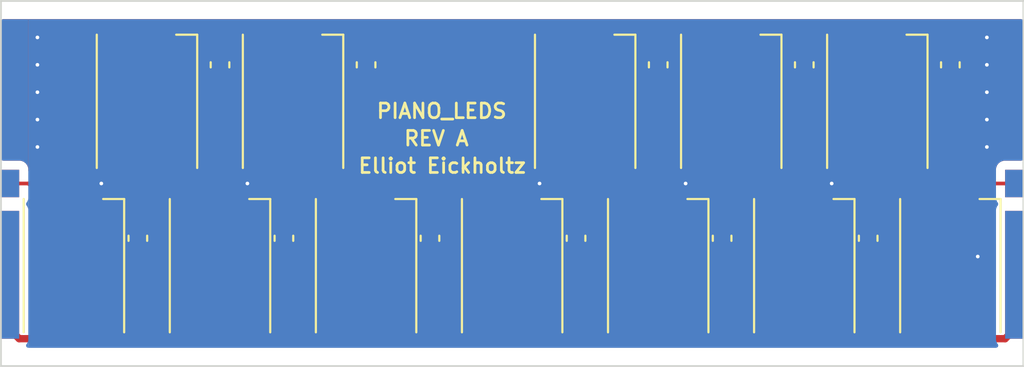
<source format=kicad_pcb>
(kicad_pcb (version 20221018) (generator pcbnew)
  (layers (0 "F.Cu" signal) (31 "B.Cu" signal) (34 "B.Paste" user) (35 "F.Paste" user) (36 "B.SilkS" user "B.Silkscreen") (37 "F.SilkS" user "F.Silkscreen") (38 "B.Mask" user) (39 "F.Mask" user) (44 "Edge.Cuts" user))
  (net 0 "")
  (net 1 "+5V")
  (net 2 "GND")
  (net 3 "Net-(D1-DOUT)")
  (net 4 "DIN")
  (net 5 "Net-(D2-DOUT)")
  (net 6 "Net-(D3-DOUT)")
  (net 7 "Net-(D4-DOUT)")
  (net 8 "Net-(D5-DOUT)")
  (net 9 "Net-(D6-DOUT)")
  (net 10 "DIN_1")
  (net 11 "Net-(D8-DOUT)")
  (net 12 "Net-(D10-DIN)")
  (net 13 "Net-(D10-DOUT)")
  (net 14 "Net-(D11-DOUT)")
  (net 15 "DOUT")
  (footprint "Capacitor_SMD:C_0603_1608Metric" (layer "F.Cu") (at 87 84 90)
    (fp_text reference "C7" hide)
    (fp_text value "100n" hide)
    (fp_line (start -0.14058 -0.51) (end 0.14058 -0.51) (stroke (width 0.12)) (layer "F.SilkS"))
    (fp_line (start -0.14058 0.51) (end 0.14058 0.51) (stroke (width 0.12)) (layer "F.SilkS"))
    (pad "1" smd roundrect (at -0.775 0 90) (size 0.9 0.95) (layers "F.Cu" "F.Paste" "F.Mask") (net 1 "+5V"))
    (pad "2" smd roundrect (at 0.775 0 90) (size 0.9 0.95) (layers "F.Cu" "F.Paste" "F.Mask") (net 2 "GND"))
  )
  (footprint "Capacitor_SMD:C_0603_1608Metric" (layer "F.Cu") (at 71 84 90)
    (fp_text reference "C4" hide)
    (fp_text value "100n" hide)
    (fp_line (start -0.14058 -0.51) (end 0.14058 -0.51) (stroke (width 0.12)) (layer "F.SilkS"))
    (fp_line (start -0.14058 0.51) (end 0.14058 0.51) (stroke (width 0.12)) (layer "F.SilkS"))
    (pad "1" smd roundrect (at -0.775 0 90) (size 0.9 0.95) (layers "F.Cu" "F.Paste" "F.Mask") (net 1 "+5V"))
    (pad "2" smd roundrect (at 0.775 0 90) (size 0.9 0.95) (layers "F.Cu" "F.Paste" "F.Mask") (net 2 "GND"))
  )
  (footprint "LED_SMD:LED_WS2812B_PLCC4_5.0x5.0mm_P3.2mm" (layer "F.Cu") (at 87 95 90)
    (fp_text reference "D8" hide)
    (fp_text value "WS2812B" hide)
    (fp_line (start -3.65 -2.75) (end 3.65 -2.75) (stroke (width 0.12)) (layer "F.SilkS"))
    (fp_line (start -3.65 2.75) (end 3.65 2.75) (stroke (width 0.12)) (layer "F.SilkS"))
    (fp_line (start 3.65 2.75) (end 3.65 1.6) (stroke (width 0.12)) (layer "F.SilkS"))
    (pad "1" smd rect (at -2.45 -1.65 90) (size 1.5 0.9) (layers "F.Cu" "F.Paste" "F.Mask") (net 1 "+5V"))
    (pad "2" smd rect (at -2.45 1.65 90) (size 1.5 0.9) (layers "F.Cu" "F.Paste" "F.Mask") (net 11 "Net-(D8-DOUT)"))
    (pad "3" smd rect (at 2.45 1.65 90) (size 1.5 0.9) (layers "F.Cu" "F.Paste" "F.Mask") (net 2 "GND"))
    (pad "4" smd rect (at 2.45 -1.65 90) (size 1.5 0.9) (layers "F.Cu" "F.Paste" "F.Mask") (net 10 "DIN_1"))
  )
  (footprint "LED_SMD:LED_WS2812B_PLCC4_5.0x5.0mm_P3.2mm" (layer "F.Cu") (at 99 86 90)
    (fp_text reference "D11" hide)
    (fp_text value "WS2812B" hide)
    (fp_line (start -3.65 -2.75) (end 3.65 -2.75) (stroke (width 0.12)) (layer "F.SilkS"))
    (fp_line (start -3.65 2.75) (end 3.65 2.75) (stroke (width 0.12)) (layer "F.SilkS"))
    (fp_line (start 3.65 2.75) (end 3.65 1.6) (stroke (width 0.12)) (layer "F.SilkS"))
    (pad "1" smd rect (at -2.45 -1.65 90) (size 1.5 0.9) (layers "F.Cu" "F.Paste" "F.Mask") (net 1 "+5V"))
    (pad "2" smd rect (at -2.45 1.65 90) (size 1.5 0.9) (layers "F.Cu" "F.Paste" "F.Mask") (net 14 "Net-(D11-DOUT)"))
    (pad "3" smd rect (at 2.45 1.65 90) (size 1.5 0.9) (layers "F.Cu" "F.Paste" "F.Mask") (net 2 "GND"))
    (pad "4" smd rect (at 2.45 -1.65 90) (size 1.5 0.9) (layers "F.Cu" "F.Paste" "F.Mask") (net 13 "Net-(D10-DOUT)"))
  )
  (footprint "Capacitor_SMD:C_0603_1608Metric" (layer "F.Cu") (at 98.5 93.5 90)
    (fp_text reference "C10" hide)
    (fp_text value "100n" hide)
    (fp_line (start -0.14058 -0.51) (end 0.14058 -0.51) (stroke (width 0.12)) (layer "F.SilkS"))
    (fp_line (start -0.14058 0.51) (end 0.14058 0.51) (stroke (width 0.12)) (layer "F.SilkS"))
    (pad "1" smd roundrect (at -0.775 0 90) (size 0.9 0.95) (layers "F.Cu" "F.Paste" "F.Mask") (net 1 "+5V"))
    (pad "2" smd roundrect (at 0.775 0 90) (size 0.9 0.95) (layers "F.Cu" "F.Paste" "F.Mask") (net 2 "GND"))
  )
  (footprint "libraries:3-PIN_SOLDER_EDGE" (layer "F.Cu") (at 51.5 92 90)
    (fp_text reference "J2" hide)
    (fp_text value "Conn_01x03_Pin" hide)
    (pad "1" connect rect (at -3.5 0 90) (size 7 1) (layers "F.Cu" "F.Mask") (net 1 "+5V"))
    (pad "2" connect rect (at 1.5 0 90) (size 1.5 1) (layers "F.Cu" "F.Mask") (net 4 "DIN"))
    (pad "3" connect rect (at 6.5 0 90) (size 7 1) (layers "F.Cu" "F.Mask") (net 2 "GND"))
  )
  (footprint "Capacitor_SMD:C_0603_1608Metric" (layer "F.Cu") (at 90.5 93.5 90)
    (fp_text reference "C8" hide)
    (fp_text value "100n" hide)
    (fp_line (start -0.14058 -0.51) (end 0.14058 -0.51) (stroke (width 0.12)) (layer "F.SilkS"))
    (fp_line (start -0.14058 0.51) (end 0.14058 0.51) (stroke (width 0.12)) (layer "F.SilkS"))
    (pad "1" smd roundrect (at -0.775 0 90) (size 0.9 0.95) (layers "F.Cu" "F.Paste" "F.Mask") (net 1 "+5V"))
    (pad "2" smd roundrect (at 0.775 0 90) (size 0.9 0.95) (layers "F.Cu" "F.Paste" "F.Mask") (net 2 "GND"))
  )
  (footprint "Capacitor_SMD:C_0603_1608Metric" (layer "F.Cu") (at 63 84 90)
    (fp_text reference "C2" hide)
    (fp_text value "100n" hide)
    (fp_line (start -0.14058 -0.51) (end 0.14058 -0.51) (stroke (width 0.12)) (layer "F.SilkS"))
    (fp_line (start -0.14058 0.51) (end 0.14058 0.51) (stroke (width 0.12)) (layer "F.SilkS"))
    (pad "1" smd roundrect (at -0.775 0 90) (size 0.9 0.95) (layers "F.Cu" "F.Paste" "F.Mask") (net 1 "+5V"))
    (pad "2" smd roundrect (at 0.775 0 90) (size 0.9 0.95) (layers "F.Cu" "F.Paste" "F.Mask") (net 2 "GND"))
  )
  (footprint "LED_SMD:LED_WS2812B_PLCC4_5.0x5.0mm_P3.2mm" (layer "F.Cu") (at 103 95 90)
    (fp_text reference "D12" hide)
    (fp_text value "WS2812B" hide)
    (fp_line (start -3.65 -2.75) (end 3.65 -2.75) (stroke (width 0.12)) (layer "F.SilkS"))
    (fp_line (start -3.65 2.75) (end 3.65 2.75) (stroke (width 0.12)) (layer "F.SilkS"))
    (fp_line (start 3.65 2.75) (end 3.65 1.6) (stroke (width 0.12)) (layer "F.SilkS"))
    (pad "1" smd rect (at -2.45 -1.65 90) (size 1.5 0.9) (layers "F.Cu" "F.Paste" "F.Mask") (net 1 "+5V"))
    (pad "2" smd rect (at -2.45 1.65 90) (size 1.5 0.9) (layers "F.Cu" "F.Paste" "F.Mask") (net 15 "DOUT"))
    (pad "3" smd rect (at 2.45 1.65 90) (size 1.5 0.9) (layers "F.Cu" "F.Paste" "F.Mask") (net 2 "GND"))
    (pad "4" smd rect (at 2.45 -1.65 90) (size 1.5 0.9) (layers "F.Cu" "F.Paste" "F.Mask") (net 14 "Net-(D11-DOUT)"))
  )
  (footprint "LED_SMD:LED_WS2812B_PLCC4_5.0x5.0mm_P3.2mm" (layer "F.Cu") (at 71 95 90)
    (fp_text reference "D5" hide)
    (fp_text value "WS2812B" hide)
    (fp_line (start -3.65 -2.75) (end 3.65 -2.75) (stroke (width 0.12)) (layer "F.SilkS"))
    (fp_line (start -3.65 2.75) (end 3.65 2.75) (stroke (width 0.12)) (layer "F.SilkS"))
    (fp_line (start 3.65 2.75) (end 3.65 1.6) (stroke (width 0.12)) (layer "F.SilkS"))
    (pad "1" smd rect (at -2.45 -1.65 90) (size 1.5 0.9) (layers "F.Cu" "F.Paste" "F.Mask") (net 1 "+5V"))
    (pad "2" smd rect (at -2.45 1.65 90) (size 1.5 0.9) (layers "F.Cu" "F.Paste" "F.Mask") (net 8 "Net-(D5-DOUT)"))
    (pad "3" smd rect (at 2.45 1.65 90) (size 1.5 0.9) (layers "F.Cu" "F.Paste" "F.Mask") (net 2 "GND"))
    (pad "4" smd rect (at 2.45 -1.65 90) (size 1.5 0.9) (layers "F.Cu" "F.Paste" "F.Mask") (net 7 "Net-(D4-DOUT)"))
  )
  (footprint "LED_SMD:LED_WS2812B_PLCC4_5.0x5.0mm_P3.2mm" (layer "F.Cu") (at 59 86 90)
    (fp_text reference "D2" hide)
    (fp_text value "WS2812B" hide)
    (fp_line (start -3.65 -2.75) (end 3.65 -2.75) (stroke (width 0.12)) (layer "F.SilkS"))
    (fp_line (start -3.65 2.75) (end 3.65 2.75) (stroke (width 0.12)) (layer "F.SilkS"))
    (fp_line (start 3.65 2.75) (end 3.65 1.6) (stroke (width 0.12)) (layer "F.SilkS"))
    (pad "1" smd rect (at -2.45 -1.65 90) (size 1.5 0.9) (layers "F.Cu" "F.Paste" "F.Mask") (net 1 "+5V"))
    (pad "2" smd rect (at -2.45 1.65 90) (size 1.5 0.9) (layers "F.Cu" "F.Paste" "F.Mask") (net 5 "Net-(D2-DOUT)"))
    (pad "3" smd rect (at 2.45 1.65 90) (size 1.5 0.9) (layers "F.Cu" "F.Paste" "F.Mask") (net 2 "GND"))
    (pad "4" smd rect (at 2.45 -1.65 90) (size 1.5 0.9) (layers "F.Cu" "F.Paste" "F.Mask") (net 3 "Net-(D1-DOUT)"))
  )
  (footprint "LED_SMD:LED_WS2812B_PLCC4_5.0x5.0mm_P3.2mm" (layer "F.Cu") (at 79 95 90)
    (fp_text reference "D6" hide)
    (fp_text value "WS2812B" hide)
    (fp_line (start -3.65 -2.75) (end 3.65 -2.75) (stroke (width 0.12)) (layer "F.SilkS"))
    (fp_line (start -3.65 2.75) (end 3.65 2.75) (stroke (width 0.12)) (layer "F.SilkS"))
    (fp_line (start 3.65 2.75) (end 3.65 1.6) (stroke (width 0.12)) (layer "F.SilkS"))
    (pad "1" smd rect (at -2.45 -1.65 90) (size 1.5 0.9) (layers "F.Cu" "F.Paste" "F.Mask") (net 1 "+5V"))
    (pad "2" smd rect (at -2.45 1.65 90) (size 1.5 0.9) (layers "F.Cu" "F.Paste" "F.Mask") (net 9 "Net-(D6-DOUT)"))
    (pad "3" smd rect (at 2.45 1.65 90) (size 1.5 0.9) (layers "F.Cu" "F.Paste" "F.Mask") (net 2 "GND"))
    (pad "4" smd rect (at 2.45 -1.65 90) (size 1.5 0.9) (layers "F.Cu" "F.Paste" "F.Mask") (net 8 "Net-(D5-DOUT)"))
  )
  (footprint "Capacitor_SMD:C_0603_1608Metric" (layer "F.Cu") (at 95 84 90)
    (fp_text reference "C9" hide)
    (fp_text value "100n" hide)
    (fp_line (start -0.14058 -0.51) (end 0.14058 -0.51) (stroke (width 0.12)) (layer "F.SilkS"))
    (fp_line (start -0.14058 0.51) (end 0.14058 0.51) (stroke (width 0.12)) (layer "F.SilkS"))
    (pad "1" smd roundrect (at -0.775 0 90) (size 0.9 0.95) (layers "F.Cu" "F.Paste" "F.Mask") (net 1 "+5V"))
    (pad "2" smd roundrect (at 0.775 0 90) (size 0.9 0.95) (layers "F.Cu" "F.Paste" "F.Mask") (net 2 "GND"))
  )
  (footprint "LED_SMD:LED_WS2812B_PLCC4_5.0x5.0mm_P3.2mm" (layer "F.Cu") (at 63 95 90)
    (fp_text reference "D3" hide)
    (fp_text value "WS2812B" hide)
    (fp_line (start -3.65 -2.75) (end 3.65 -2.75) (stroke (width 0.12)) (layer "F.SilkS"))
    (fp_line (start -3.65 2.75) (end 3.65 2.75) (stroke (width 0.12)) (layer "F.SilkS"))
    (fp_line (start 3.65 2.75) (end 3.65 1.6) (stroke (width 0.12)) (layer "F.SilkS"))
    (pad "1" smd rect (at -2.45 -1.65 90) (size 1.5 0.9) (layers "F.Cu" "F.Paste" "F.Mask") (net 1 "+5V"))
    (pad "2" smd rect (at -2.45 1.65 90) (size 1.5 0.9) (layers "F.Cu" "F.Paste" "F.Mask") (net 6 "Net-(D3-DOUT)"))
    (pad "3" smd rect (at 2.45 1.65 90) (size 1.5 0.9) (layers "F.Cu" "F.Paste" "F.Mask") (net 2 "GND"))
    (pad "4" smd rect (at 2.45 -1.65 90) (size 1.5 0.9) (layers "F.Cu" "F.Paste" "F.Mask") (net 5 "Net-(D2-DOUT)"))
  )
  (footprint "LED_SMD:LED_WS2812B_PLCC4_5.0x5.0mm_P3.2mm" (layer "F.Cu") (at 83 86 90)
    (fp_text reference "D7" hide)
    (fp_text value "WS2812B" hide)
    (fp_line (start -3.65 -2.75) (end 3.65 -2.75) (stroke (width 0.12)) (layer "F.SilkS"))
    (fp_line (start -3.65 2.75) (end 3.65 2.75) (stroke (width 0.12)) (layer "F.SilkS"))
    (fp_line (start 3.65 2.75) (end 3.65 1.6) (stroke (width 0.12)) (layer "F.SilkS"))
    (pad "1" smd rect (at -2.45 -1.65 90) (size 1.5 0.9) (layers "F.Cu" "F.Paste" "F.Mask") (net 1 "+5V"))
    (pad "2" smd rect (at -2.45 1.65 90) (size 1.5 0.9) (layers "F.Cu" "F.Paste" "F.Mask") (net 10 "DIN_1"))
    (pad "3" smd rect (at 2.45 1.65 90) (size 1.5 0.9) (layers "F.Cu" "F.Paste" "F.Mask") (net 2 "GND"))
    (pad "4" smd rect (at 2.45 -1.65 90) (size 1.5 0.9) (layers "F.Cu" "F.Paste" "F.Mask") (net 9 "Net-(D6-DOUT)"))
  )
  (footprint "Capacitor_SMD:C_0603_1608Metric" (layer "F.Cu") (at 82.5 93.5 90)
    (fp_text reference "C6" hide)
    (fp_text value "100n" hide)
    (fp_line (start -0.14058 -0.51) (end 0.14058 -0.51) (stroke (width 0.12)) (layer "F.SilkS"))
    (fp_line (start -0.14058 0.51) (end 0.14058 0.51) (stroke (width 0.12)) (layer "F.SilkS"))
    (pad "1" smd roundrect (at -0.775 0 90) (size 0.9 0.95) (layers "F.Cu" "F.Paste" "F.Mask") (net 1 "+5V"))
    (pad "2" smd roundrect (at 0.775 0 90) (size 0.9 0.95) (layers "F.Cu" "F.Paste" "F.Mask") (net 2 "GND"))
  )
  (footprint "libraries:3-PIN_SOLDER_EDGE" (layer "F.Cu") (at 106.5 92 90)
    (fp_text reference "J3" hide)
    (fp_text value "Conn_01x03_Pin" hide)
    (pad "1" connect rect (at -3.5 0 90) (size 7 1) (layers "F.Cu" "F.Mask") (net 1 "+5V"))
    (pad "2" connect rect (at 1.5 0 90) (size 1.5 1) (layers "F.Cu" "F.Mask") (net 15 "DOUT"))
    (pad "3" connect rect (at 6.5 0 90) (size 7 1) (layers "F.Cu" "F.Mask") (net 2 "GND"))
  )
  (footprint "Capacitor_SMD:C_0603_1608Metric" (layer "F.Cu") (at 103 84 90)
    (fp_text reference "C11" hide)
    (fp_text value "100n" hide)
    (fp_line (start -0.14058 -0.51) (end 0.14058 -0.51) (stroke (width 0.12)) (layer "F.SilkS"))
    (fp_line (start -0.14058 0.51) (end 0.14058 0.51) (stroke (width 0.12)) (layer "F.SilkS"))
    (pad "1" smd roundrect (at -0.775 0 90) (size 0.9 0.95) (layers "F.Cu" "F.Paste" "F.Mask") (net 1 "+5V"))
    (pad "2" smd roundrect (at 0.775 0 90) (size 0.9 0.95) (layers "F.Cu" "F.Paste" "F.Mask") (net 2 "GND"))
  )
  (footprint "LED_SMD:LED_WS2812B_PLCC4_5.0x5.0mm_P3.2mm" (layer "F.Cu") (at 67 86 90)
    (fp_text reference "D4" hide)
    (fp_text value "WS2812B" hide)
    (fp_line (start -3.65 -2.75) (end 3.65 -2.75) (stroke (width 0.12)) (layer "F.SilkS"))
    (fp_line (start -3.65 2.75) (end 3.65 2.75) (stroke (width 0.12)) (layer "F.SilkS"))
    (fp_line (start 3.65 2.75) (end 3.65 1.6) (stroke (width 0.12)) (layer "F.SilkS"))
    (pad "1" smd rect (at -2.45 -1.65 90) (size 1.5 0.9) (layers "F.Cu" "F.Paste" "F.Mask") (net 1 "+5V"))
    (pad "2" smd rect (at -2.45 1.65 90) (size 1.5 0.9) (layers "F.Cu" "F.Paste" "F.Mask") (net 7 "Net-(D4-DOUT)"))
    (pad "3" smd rect (at 2.45 1.65 90) (size 1.5 0.9) (layers "F.Cu" "F.Paste" "F.Mask") (net 2 "GND"))
    (pad "4" smd rect (at 2.45 -1.65 90) (size 1.5 0.9) (layers "F.Cu" "F.Paste" "F.Mask") (net 6 "Net-(D3-DOUT)"))
  )
  (footprint "Capacitor_SMD:C_0603_1608Metric" (layer "F.Cu") (at 66.5 93.5 90)
    (fp_text reference "C3" hide)
    (fp_text value "100n" hide)
    (fp_line (start -0.14058 -0.51) (end 0.14058 -0.51) (stroke (width 0.12)) (layer "F.SilkS"))
    (fp_line (start -0.14058 0.51) (end 0.14058 0.51) (stroke (width 0.12)) (layer "F.SilkS"))
    (pad "1" smd roundrect (at -0.775 0 90) (size 0.9 0.95) (layers "F.Cu" "F.Paste" "F.Mask") (net 1 "+5V"))
    (pad "2" smd roundrect (at 0.775 0 90) (size 0.9 0.95) (layers "F.Cu" "F.Paste" "F.Mask") (net 2 "GND"))
  )
  (footprint "LED_SMD:LED_WS2812B_PLCC4_5.0x5.0mm_P3.2mm" (layer "F.Cu") (at 55 95 90)
    (fp_text reference "D1" hide)
    (fp_text value "WS2812B" hide)
    (fp_line (start -3.65 -2.75) (end 3.65 -2.75) (stroke (width 0.12)) (layer "F.SilkS"))
    (fp_line (start -3.65 2.75) (end 3.65 2.75) (stroke (width 0.12)) (layer "F.SilkS"))
    (fp_line (start 3.65 2.75) (end 3.65 1.6) (stroke (width 0.12)) (layer "F.SilkS"))
    (pad "1" smd rect (at -2.45 -1.65 90) (size 1.5 0.9) (layers "F.Cu" "F.Paste" "F.Mask") (net 1 "+5V"))
    (pad "2" smd rect (at -2.45 1.65 90) (size 1.5 0.9) (layers "F.Cu" "F.Paste" "F.Mask") (net 3 "Net-(D1-DOUT)"))
    (pad "3" smd rect (at 2.45 1.65 90) (size 1.5 0.9) (layers "F.Cu" "F.Paste" "F.Mask") (net 2 "GND"))
    (pad "4" smd rect (at 2.45 -1.65 90) (size 1.5 0.9) (layers "F.Cu" "F.Paste" "F.Mask") (net 4 "DIN"))
  )
  (footprint "Capacitor_SMD:C_0603_1608Metric" (layer "F.Cu") (at 58.5 93.5 90)
    (fp_text reference "C1" hide)
    (fp_text value "100n" hide)
    (fp_line (start -0.14058 -0.51) (end 0.14058 -0.51) (stroke (width 0.12)) (layer "F.SilkS"))
    (fp_line (start -0.14058 0.51) (end 0.14058 0.51) (stroke (width 0.12)) (layer "F.SilkS"))
    (pad "1" smd roundrect (at -0.775 0 90) (size 0.9 0.95) (layers "F.Cu" "F.Paste" "F.Mask") (net 1 "+5V"))
    (pad "2" smd roundrect (at 0.775 0 90) (size 0.9 0.95) (layers "F.Cu" "F.Paste" "F.Mask") (net 2 "GND"))
  )
  (footprint "LED_SMD:LED_WS2812B_PLCC4_5.0x5.0mm_P3.2mm" (layer "F.Cu") (at 91 86 90)
    (fp_text reference "D9" hide)
    (fp_text value "WS2812B" hide)
    (fp_line (start -3.65 -2.75) (end 3.65 -2.75) (stroke (width 0.12)) (layer "F.SilkS"))
    (fp_line (start -3.65 2.75) (end 3.65 2.75) (stroke (width 0.12)) (layer "F.SilkS"))
    (fp_line (start 3.65 2.75) (end 3.65 1.6) (stroke (width 0.12)) (layer "F.SilkS"))
    (pad "1" smd rect (at -2.45 -1.65 90) (size 1.5 0.9) (layers "F.Cu" "F.Paste" "F.Mask") (net 1 "+5V"))
    (pad "2" smd rect (at -2.45 1.65 90) (size 1.5 0.9) (layers "F.Cu" "F.Paste" "F.Mask") (net 12 "Net-(D10-DIN)"))
    (pad "3" smd rect (at 2.45 1.65 90) (size 1.5 0.9) (layers "F.Cu" "F.Paste" "F.Mask") (net 2 "GND"))
    (pad "4" smd rect (at 2.45 -1.65 90) (size 1.5 0.9) (layers "F.Cu" "F.Paste" "F.Mask") (net 11 "Net-(D8-DOUT)"))
  )
  (footprint "LED_SMD:LED_WS2812B_PLCC4_5.0x5.0mm_P3.2mm" (layer "F.Cu") (at 95 95 90)
    (fp_text reference "D10" hide)
    (fp_text value "WS2812B" hide)
    (fp_line (start -3.65 -2.75) (end 3.65 -2.75) (stroke (width 0.12)) (layer "F.SilkS"))
    (fp_line (start -3.65 2.75) (end 3.65 2.75) (stroke (width 0.12)) (layer "F.SilkS"))
    (fp_line (start 3.65 2.75) (end 3.65 1.6) (stroke (width 0.12)) (layer "F.SilkS"))
    (pad "1" smd rect (at -2.45 -1.65 90) (size 1.5 0.9) (layers "F.Cu" "F.Paste" "F.Mask") (net 1 "+5V"))
    (pad "2" smd rect (at -2.45 1.65 90) (size 1.5 0.9) (layers "F.Cu" "F.Paste" "F.Mask") (net 13 "Net-(D10-DOUT)"))
    (pad "3" smd rect (at 2.45 1.65 90) (size 1.5 0.9) (layers "F.Cu" "F.Paste" "F.Mask") (net 2 "GND"))
    (pad "4" smd rect (at 2.45 -1.65 90) (size 1.5 0.9) (layers "F.Cu" "F.Paste" "F.Mask") (net 12 "Net-(D10-DIN)"))
  )
  (footprint "Capacitor_SMD:C_0603_1608Metric" (layer "F.Cu") (at 74.5 93.5 90)
    (fp_text reference "C5" hide)
    (fp_text value "100n" hide)
    (fp_line (start -0.14058 -0.51) (end 0.14058 -0.51) (stroke (width 0.12)) (layer "F.SilkS"))
    (fp_line (start -0.14058 0.51) (end 0.14058 0.51) (stroke (width 0.12)) (layer "F.SilkS"))
    (pad "1" smd roundrect (at -0.775 0 90) (size 0.9 0.95) (layers "F.Cu" "F.Paste" "F.Mask") (net 1 "+5V"))
    (pad "2" smd roundrect (at 0.775 0 90) (size 0.9 0.95) (layers "F.Cu" "F.Paste" "F.Mask") (net 2 "GND"))
  )
  (footprint "libraries:3-PIN_SOLDER_EDGE" (layer "B.Cu") (at 106.5 92 90)
    (fp_text reference "J4" hide)
    (fp_text value "Conn_01x03_Pin" hide)
    (pad "1" connect rect (at -3.5 0 90) (size 7 1) (layers "B.Cu" "B.Mask") (net 1 "+5V"))
    (pad "2" connect rect (at 1.5 0 90) (size 1.5 1) (layers "B.Cu" "B.Mask") (net 15 "DOUT"))
    (pad "3" connect rect (at 6.5 0 90) (size 7 1) (layers "B.Cu" "B.Mask") (net 2 "GND"))
  )
  (footprint "libraries:3-PIN_SOLDER_EDGE" (layer "B.Cu") (at 51.5 92 90)
    (fp_text reference "J5" hide)
    (fp_text value "Conn_01x03_Pin" hide)
    (pad "1" connect rect (at -3.5 0 90) (size 7 1) (layers "B.Cu" "B.Mask") (net 1 "+5V"))
    (pad "2" connect rect (at 1.5 0 90) (size 1.5 1) (layers "B.Cu" "B.Mask") (net 4 "DIN"))
    (pad "3" connect rect (at 6.5 0 90) (size 7 1) (layers "B.Cu" "B.Mask") (net 2 "GND"))
  )
  (gr_rect (start 51 80.5) (end 107 100.5) (stroke (width 0.1)) (fill none) (layer "Edge.Cuts"))
  (gr_text "REV A" (at 73 88.5) (layer "F.SilkS") (effects (font (size 0.8 0.8)) (justify left bottom)))
  (gr_text "Elliot Eickholtz" (at 70.5 90) (layer "F.SilkS") (effects (font (size 0.8 0.8)) (justify left bottom)))
  (gr_text "PIANO_LEDS" (at 71.5 87) (layer "F.SilkS") (effects (font (size 0.8 0.8)) (justify left bottom)))
  (segment (start 98.5 94.275) (end 98.725 94.275) (width 0.4) (layer "F.Cu") (net 1))
  (segment (start 66.5 94.275) (end 67.225 94.275) (width 0.4) (layer "F.Cu") (net 1))
  (segment (start 66.5 94.275) (end 66.5 99) (width 0.4) (layer "F.Cu") (net 1))
  (segment (start 69.5 99) (end 77.5 99) (width 0.4) (layer "F.Cu") (net 1))
  (segment (start 77.35 98.85) (end 77.5 99) (width 0.4) (layer "F.Cu") (net 1))
  (segment (start 101.35 98.85) (end 101.5 99) (width 0.4) (layer "F.Cu") (net 1))
  (segment (start 51.5 98.5) (end 52 99) (width 0.4) (layer "F.Cu") (net 1))
  (segment (start 52 99) (end 53.5 99) (width 0.4) (layer "F.Cu") (net 1))
  (segment (start 61.875 84.775) (end 63 84.775) (width 0.4) (layer "F.Cu") (net 1))
  (segment (start 61.35 97.45) (end 61.35 98.85) (width 0.4) (layer "F.Cu") (net 1))
  (segment (start 98.5 99) (end 101.5 99) (width 0.4) (layer "F.Cu") (net 1))
  (segment (start 100 90.25) (end 98.2 88.45) (width 0.4) (layer "F.Cu") (net 1))
  (segment (start 85.35 98.85) (end 85.5 99) (width 0.4) (layer "F.Cu") (net 1))
  (segment (start 69.35 97.45) (end 69.35 98.85) (width 0.4) (layer "F.Cu") (net 1))
  (segment (start 53.35 97.45) (end 53.35 98.85) (width 0.4) (layer "F.Cu") (net 1))
  (segment (start 72.225 94.275) (end 74.5 94.275) (width 0.4) (layer "F.Cu") (net 1))
  (segment (start 69.725 84.775) (end 71 84.775) (width 0.4) (layer "F.Cu") (net 1))
  (segment (start 93.35 97.45) (end 93.35 98.85) (width 0.4) (layer "F.Cu") (net 1))
  (segment (start 61.5 99) (end 66.5 99) (width 0.4) (layer "F.Cu") (net 1))
  (segment (start 58.2 88.45) (end 61.875 84.775) (width 0.4) (layer "F.Cu") (net 1))
  (segment (start 84 93) (end 82.725 94.275) (width 0.4) (layer "F.Cu") (net 1))
  (segment (start 82.05 88.45) (end 84 90.4) (width 0.4) (layer "F.Cu") (net 1))
  (segment (start 72.225 94.275) (end 69.35 97.15) (width 0.4) (layer "F.Cu") (net 1))
  (segment (start 82.5 94.275) (end 82.5 99) (width 0.4) (layer "F.Cu") (net 1))
  (segment (start 59.225 94.275) (end 60 93.5) (width 0.4) (layer "F.Cu") (net 1))
  (segment (start 106.5 98.5) (end 106.5 95.5) (width 0.4) (layer "F.Cu") (net 1))
  (segment (start 85.35 97.45) (end 85.35 98.85) (width 0.4) (layer "F.Cu") (net 1))
  (segment (start 67.225 94.275) (end 68 93.5) (width 0.4) (layer "F.Cu") (net 1))
  (segment (start 82.5 99) (end 85.5 99) (width 0.4) (layer "F.Cu") (net 1))
  (segment (start 82.05 88.45) (end 85.725 84.775) (width 0.4) (layer "F.Cu") (net 1))
  (segment (start 68 93.5) (end 68 90.45) (width 0.4) (layer "F.Cu") (net 1))
  (segment (start 66.5 99) (end 69.5 99) (width 0.4) (layer "F.Cu") (net 1))
  (segment (start 97.35 88.45) (end 98.2 88.45) (width 0.4) (layer "F.Cu") (net 1))
  (segment (start 61.35 98.85) (end 61.5 99) (width 0.4) (layer "F.Cu") (net 1))
  (segment (start 98.5 94.275) (end 98.5 99) (width 0.4) (layer "F.Cu") (net 1))
  (segment (start 90.5 94.275) (end 90.5 99) (width 0.4) (layer "F.Cu") (net 1))
  (segment (start 57.35 88.45) (end 58.2 88.45) (width 0.4) (layer "F.Cu") (net 1))
  (segment (start 101.35 97.45) (end 101.35 98.85) (width 0.4) (layer "F.Cu") (net 1))
  (segment (start 58.5 94.275) (end 58.5 99) (width 0.4) (layer "F.Cu") (net 1))
  (segment (start 69.35 98.85) (end 69.5 99) (width 0.4) (layer "F.Cu") (net 1))
  (segment (start 53.35 98.85) (end 53.5 99) (width 0.4) (layer "F.Cu") (net 1))
  (segment (start 84 90.4) (end 84 93) (width 0.4) (layer "F.Cu") (net 1))
  (segment (start 53.5 99) (end 58.5 99) (width 0.4) (layer "F.Cu") (net 1))
  (segment (start 85.5 99) (end 90.5 99) (width 0.4) (layer "F.Cu") (net 1))
  (segment (start 101.875 84.775) (end 103 84.775) (width 0.4) (layer "F.Cu") (net 1))
  (segment (start 106 99) (end 106.5 98.5) (width 0.4) (layer "F.Cu") (net 1))
  (segment (start 66.05 88.45) (end 69.725 84.775) (width 0.4) (layer "F.Cu") (net 1))
  (segment (start 69.35 97.15) (end 69.35 97.45) (width 0.4) (layer "F.Cu") (net 1))
  (segment (start 101.5 99) (end 106 99) (width 0.4) (layer "F.Cu") (net 1))
  (segment (start 68 90.45) (end 66 88.45) (width 0.4) (layer "F.Cu") (net 1))
  (segment (start 58.5 99) (end 61.5 99) (width 0.4) (layer "F.Cu") (net 1))
  (segment (start 90.2 88.45) (end 93.875 84.775) (width 0.4) (layer "F.Cu") (net 1))
  (segment (start 60 93.5) (end 60 90.25) (width 0.4) (layer "F.Cu") (net 1))
  (segment (start 98.2 88.45) (end 101.875 84.775) (width 0.4) (layer "F.Cu") (net 1))
  (segment (start 90.5 94.275) (end 90.725 94.275) (width 0.4) (layer "F.Cu") (net 1))
  (segment (start 92 90.25) (end 90.2 88.45) (width 0.4) (layer "F.Cu") (net 1))
  (segment (start 92 93) (end 92 90.25) (width 0.4) (layer "F.Cu") (net 1))
  (segment (start 93.875 84.775) (end 95 84.775) (width 0.4) (layer "F.Cu") (net 1))
  (segment (start 90.5 99) (end 93.5 99) (width 0.4) (layer "F.Cu") (net 1))
  (segment (start 93.35 98.85) (end 93.5 99) (width 0.4) (layer "F.Cu") (net 1))
  (segment (start 85.725 84.775) (end 87 84.775) (width 0.4) (layer "F.Cu") (net 1))
  (segment (start 77.5 99) (end 82.5 99) (width 0.4) (layer "F.Cu") (net 1))
  (segment (start 58.5 94.275) (end 59.225 94.275) (width 0.4) (layer "F.Cu") (net 1))
  (segment (start 89.35 88.45) (end 90.2 88.45) (width 0.4) (layer "F.Cu") (net 1))
  (segment (start 65.35 88.45) (end 66.05 88.45) (width 0.4) (layer "F.Cu") (net 1))
  (segment (start 77.35 97.45) (end 77.35 98.85) (width 0.4) (layer "F.Cu") (net 1))
  (segment (start 82.725 94.275) (end 82.5 94.275) (width 0.4) (layer "F.Cu") (net 1))
  (segment (start 98.725 94.275) (end 100 93) (width 0.4) (layer "F.Cu") (net 1))
  (segment (start 100 93) (end 100 90.25) (width 0.4) (layer "F.Cu") (net 1))
  (segment (start 90.725 94.275) (end 92 93) (width 0.4) (layer "F.Cu") (net 1))
  (segment (start 51.5 95.5) (end 51.5 98.5) (width 0.4) (layer "F.Cu") (net 1))
  (segment (start 60 90.25) (end 58.2 88.45) (width 0.4) (layer "F.Cu") (net 1))
  (segment (start 93.5 99) (end 98.5 99) (width 0.4) (layer "F.Cu") (net 1))
  (segment (start 81.35 88.45) (end 82.05 88.45) (width 0.4) (layer "F.Cu") (net 1))
  (segment (start 64.825 92.725) (end 64.65 92.55) (width 0.4) (layer "F.Cu") (net 2))
  (segment (start 82.5 92.725) (end 80.825 92.725) (width 0.4) (layer "F.Cu") (net 2))
  (segment (start 96.825 92.725) (end 96.65 92.55) (width 0.4) (layer "F.Cu") (net 2))
  (segment (start 88.825 92.725) (end 88.65 92.55) (width 0.4) (layer "F.Cu") (net 2))
  (segment (start 80.825 92.725) (end 80.65 92.55) (width 0.4) (layer "F.Cu") (net 2))
  (segment (start 72.825 92.725) (end 72.65 92.55) (width 0.4) (layer "F.Cu") (net 2))
  (segment (start 90.5 92.725) (end 88.825 92.725) (width 0.4) (layer "F.Cu") (net 2))
  (segment (start 66.5 92.725) (end 64.825 92.725) (width 0.4) (layer "F.Cu") (net 2))
  (segment (start 58.5 92.725) (end 56.825 92.725) (width 0.4) (layer "F.Cu") (net 2))
  (segment (start 56.825 92.725) (end 56.65 92.55) (width 0.4) (layer "F.Cu") (net 2))
  (segment (start 98.5 92.725) (end 96.825 92.725) (width 0.4) (layer "F.Cu") (net 2))
  (segment (start 74.5 92.725) (end 72.825 92.725) (width 0.4) (layer "F.Cu") (net 2))
  (via (at 88.5 90.5) (size 0.45) (drill 0.2) (layers "F.Cu" "B.Cu") (net 2))
  (via (at 104.5 94.5) (size 0.45) (drill 0.2) (layers "F.Cu" "B.Cu") (net 2))
  (via (at 53 88.5) (size 0.45) (drill 0.2) (layers "F.Cu" "B.Cu") (net 2))
  (via (at 105 82.5) (size 0.45) (drill 0.2) (layers "F.Cu" "B.Cu") (net 2))
  (via (at 64.5 90.5) (size 0.45) (drill 0.2) (layers "F.Cu" "B.Cu") (net 2))
  (via (at 105 87) (size 0.45) (drill 0.2) (layers "F.Cu" "B.Cu") (net 2))
  (via (at 105 88.5) (size 0.45) (drill 0.2) (layers "F.Cu" "B.Cu") (net 2))
  (via (at 56.5 90.5) (size 0.45) (drill 0.2) (layers "F.Cu" "B.Cu") (net 2))
  (via (at 105 85.5) (size 0.45) (drill 0.2) (layers "F.Cu" "B.Cu") (net 2))
  (via (at 53 82.5) (size 0.45) (drill 0.2) (layers "F.Cu" "B.Cu") (net 2))
  (via (at 96.5 90.5) (size 0.45) (drill 0.2) (layers "F.Cu" "B.Cu") (net 2))
  (via (at 53 87) (size 0.45) (drill 0.2) (layers "F.Cu" "B.Cu") (net 2))
  (via (at 105 84) (size 0.45) (drill 0.2) (layers "F.Cu" "B.Cu") (net 2))
  (via (at 53 84) (size 0.45) (drill 0.2) (layers "F.Cu" "B.Cu") (net 2))
  (via (at 53 85.5) (size 0.45) (drill 0.2) (layers "F.Cu" "B.Cu") (net 2))
  (via (at 80.5 90.5) (size 0.45) (drill 0.2) (layers "F.Cu" "B.Cu") (net 2))
  (segment (start 56.65 97.15) (end 54.5 95) (width 0.2) (layer "F.Cu") (net 3))
  (segment (start 56.65 97.45) (end 56.65 97.15) (width 0.2) (layer "F.Cu") (net 3))
  (segment (start 54.5 95) (end 54.5 87.5) (width 0.2) (layer "F.Cu") (net 3))
  (segment (start 54.5 87.5) (end 57.35 84.65) (width 0.2) (layer "F.Cu") (net 3))
  (segment (start 57.35 84.65) (end 57.35 83.55) (width 0.2) (layer "F.Cu") (net 3))
  (segment (start 52.5 90.5) (end 53.35 91.35) (width 0.2) (layer "F.Cu") (net 4))
  (segment (start 53.35 91.35) (end 53.35 92.55) (width 0.2) (layer "F.Cu") (net 4))
  (segment (start 51.5 90.5) (end 52.5 90.5) (width 0.2) (layer "F.Cu") (net 4))
  (segment (start 61 92.2) (end 61.35 92.55) (width 0.2) (layer "F.Cu") (net 5))
  (segment (start 60.65 88.45) (end 61 88.8) (width 0.2) (layer "F.Cu") (net 5))
  (segment (start 61 88.8) (end 61 92.2) (width 0.2) (layer "F.Cu") (net 5))
  (segment (start 65.35 84.65) (end 65.35 83.55) (width 0.2) (layer "F.Cu") (net 6))
  (segment (start 64.65 97.15) (end 62.5 95) (width 0.2) (layer "F.Cu") (net 6))
  (segment (start 62.5 87.5) (end 65.35 84.65) (width 0.2) (layer "F.Cu") (net 6))
  (segment (start 62.5 95) (end 62.5 87.5) (width 0.2) (layer "F.Cu") (net 6))
  (segment (start 64.65 97.45) (end 64.65 97.15) (width 0.2) (layer "F.Cu") (net 6))
  (segment (start 69 92.2) (end 69.35 92.55) (width 0.2) (layer "F.Cu") (net 7))
  (segment (start 69 88.8) (end 69 92.2) (width 0.2) (layer "F.Cu") (net 7))
  (segment (start 68.65 88.45) (end 69 88.8) (width 0.2) (layer "F.Cu") (net 7))
  (segment (start 72.65 96.35) (end 73.5 95.5) (width 0.2) (layer "F.Cu") (net 8))
  (segment (start 77.35 94.65) (end 77.35 92.55) (width 0.2) (layer "F.Cu") (net 8))
  (segment (start 76.5 95.5) (end 77.35 94.65) (width 0.2) (layer "F.Cu") (net 8))
  (segment (start 72.65 97.45) (end 72.65 96.35) (width 0.2) (layer "F.Cu") (net 8))
  (segment (start 73.5 95.5) (end 76.5 95.5) (width 0.2) (layer "F.Cu") (net 8))
  (segment (start 81.35 84.65) (end 81.35 83.55) (width 0.2) (layer "F.Cu") (net 9))
  (segment (start 78.5 87.5) (end 81.35 84.65) (width 0.2) (layer "F.Cu") (net 9))
  (segment (start 80.65 97.15) (end 78.5 95) (width 0.2) (layer "F.Cu") (net 9))
  (segment (start 80.65 97.45) (end 80.65 97.15) (width 0.2) (layer "F.Cu") (net 9))
  (segment (start 78.5 95) (end 78.5 87.5) (width 0.2) (layer "F.Cu") (net 9))
  (segment (start 85 88.8) (end 85 92.2) (width 0.2) (layer "F.Cu") (net 10))
  (segment (start 85 92.2) (end 85.35 92.55) (width 0.2) (layer "F.Cu") (net 10))
  (segment (start 84.65 88.45) (end 85 88.8) (width 0.2) (layer "F.Cu") (net 10))
  (segment (start 86.5 87.5) (end 89.35 84.65) (width 0.2) (layer "F.Cu") (net 11))
  (segment (start 88.65 97.45) (end 88.65 96.15) (width 0.2) (layer "F.Cu") (net 11))
  (segment (start 86.5 94) (end 86.5 87.5) (width 0.2) (layer "F.Cu") (net 11))
  (segment (start 89.35 84.65) (end 89.35 83.55) (width 0.2) (layer "F.Cu") (net 11))
  (segment (start 88.65 96.15) (end 86.5 94) (width 0.2) (layer "F.Cu") (net 11))
  (segment (start 92.65 88.45) (end 93 88.8) (width 0.2) (layer "F.Cu") (net 12))
  (segment (start 93 88.8) (end 93 92.2) (width 0.2) (layer "F.Cu") (net 12))
  (segment (start 93 92.2) (end 93.35 92.55) (width 0.2) (layer "F.Cu") (net 12))
  (segment (start 94.5 94.15) (end 94.5 87.5) (width 0.2) (layer "F.Cu") (net 13))
  (segment (start 96.65 96.3) (end 94.5 94.15) (width 0.2) (layer "F.Cu") (net 13))
  (segment (start 96.65 97.45) (end 96.65 96.3) (width 0.2) (layer "F.Cu") (net 13))
  (segment (start 97.35 84.65) (end 97.35 83.55) (width 0.2) (layer "F.Cu") (net 13))
  (segment (start 94.5 87.5) (end 97.35 84.65) (width 0.2) (layer "F.Cu") (net 13))
  (segment (start 101 88.8) (end 101 92.2) (width 0.2) (layer "F.Cu") (net 14))
  (segment (start 100.65 88.45) (end 101 88.8) (width 0.2) (layer "F.Cu") (net 14))
  (segment (start 101 92.2) (end 101.35 92.55) (width 0.2) (layer "F.Cu") (net 14))
  (segment (start 104 90.5) (end 106.5 90.5) (width 0.2) (layer "F.Cu") (net 15))
  (segment (start 104.65 97.45) (end 104.65 95.95) (width 0.2) (layer "F.Cu") (net 15))
  (segment (start 103 91.5) (end 104 90.5) (width 0.2) (layer "F.Cu") (net 15))
  (segment (start 103 94.3) (end 103 91.5) (width 0.2) (layer "F.Cu") (net 15))
  (segment (start 104.65 95.95) (end 103 94.3) (width 0.2) (layer "F.Cu") (net 15))
  (zone (net 2) (net_name "GND") (layers "F&B.Cu") (connect_pads yes (clearance 0.5)) (min_thickness 0.25) (fill yes (thermal_gap 0.5) (thermal_bridge_width 0.5))
    (polygon (pts (xy 51 81.5) (xy 52.5 81.5) (xy 52.5 99.5) (xy 51 99.5)))
  )
  (zone (net 2) (net_name "GND") (layers "F&B.Cu") (connect_pads yes (clearance 0.5)) (min_thickness 0.25) (fill yes (thermal_gap 0.5) (thermal_bridge_width 0.5))
    (polygon (pts (xy 105.5 81.5) (xy 107 81.5) (xy 107 99.5) (xy 105.5 99.5)))
  )
  (zone (net 2) (net_name "GND") (layers "F&B.Cu") (connect_pads (clearance 0.5)) (min_thickness 0.25) (fill yes (thermal_gap 0.5) (thermal_bridge_width 0.5))
    (polygon (pts (xy 52.5 81.5) (xy 105.5 81.5) (xy 105.5 99.5) (xy 52.5 99.5)))
  )
)
</source>
